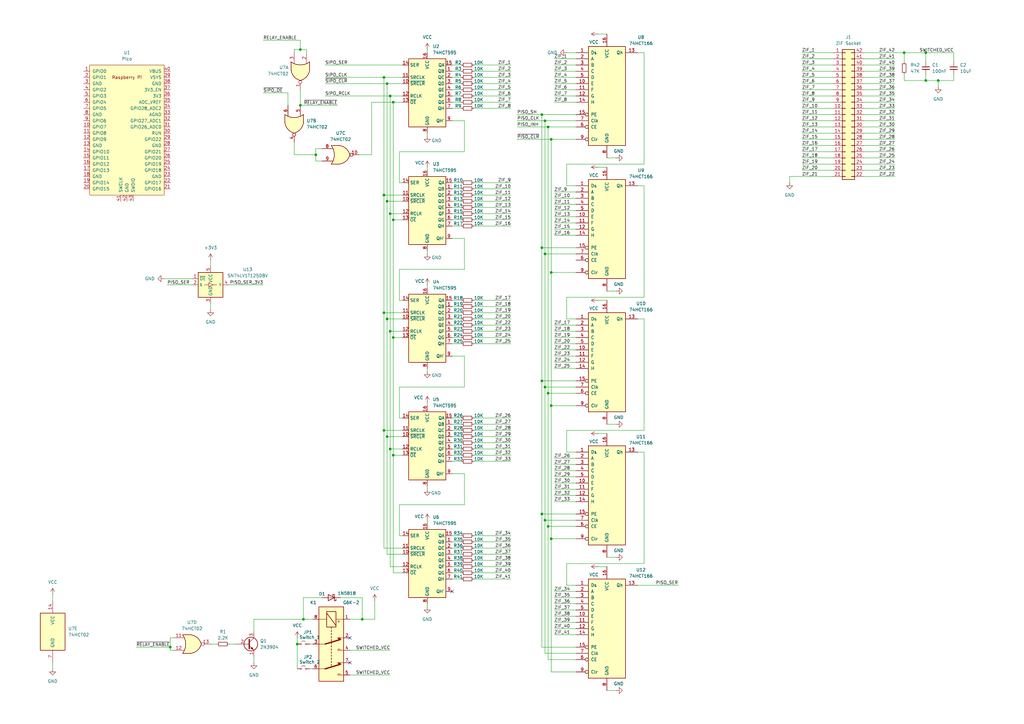
<source format=kicad_sch>
(kicad_sch (version 20231120) (generator "eeschema") (generator_version "8.0")
  (paper "A3")
  (lib_symbols
    (symbol "74xx:74HC02" (pin_names (offset 1.016))
      (property "Reference" "U" (at 0 1.27 0))
      (property "Value" "74HC02" (at 0 -1.27 0))
      (symbol "74HC02_1_1"
        (pin output inverted (at 7.62 0 180) (length 3.81) (name "~") (number "1"))
        (pin input line (at -7.62 2.54 0) (length 4.318) (name "~") (number "2"))
        (pin input line (at -7.62 -2.54 0) (length 4.318) (name "~") (number "3"))
      )
      (symbol "74HC02_1_2"
        (pin output line (at 7.62 0 180) (length 3.81) (name "~") (number "1"))
        (pin input inverted (at -7.62 2.54 0) (length 3.81) (name "~") (number "2"))
        (pin input inverted (at -7.62 -2.54 0) (length 3.81) (name "~") (number "3"))
      )
      (symbol "74HC02_2_1"
        (pin output inverted (at 7.62 0 180) (length 3.81) (name "~") (number "4"))
        (pin input line (at -7.62 2.54 0) (length 4.318) (name "~") (number "5"))
        (pin input line (at -7.62 -2.54 0) (length 4.318) (name "~") (number "6"))
      )
      (symbol "74HC02_2_2"
        (pin output line (at 7.62 0 180) (length 3.81) (name "~") (number "4"))
        (pin input inverted (at -7.62 2.54 0) (length 3.81) (name "~") (number "5"))
        (pin input inverted (at -7.62 -2.54 0) (length 3.81) (name "~") (number "6"))
      )
      (symbol "74HC02_3_1"
        (pin output inverted (at 7.62 0 180) (length 3.81) (name "~") (number "10"))
        (pin input line (at -7.62 2.54 0) (length 4.318) (name "~") (number "8"))
        (pin input line (at -7.62 -2.54 0) (length 4.318) (name "~") (number "9"))
      )
      (symbol "74HC02_3_2"
        (pin output line (at 7.62 0 180) (length 3.81) (name "~") (number "10"))
        (pin input inverted (at -7.62 2.54 0) (length 3.81) (name "~") (number "8"))
        (pin input inverted (at -7.62 -2.54 0) (length 3.81) (name "~") (number "9"))
      )
      (symbol "74HC02_4_1"
        (pin input line (at -7.62 2.54 0) (length 4.318) (name "~") (number "11"))
        (pin input line (at -7.62 -2.54 0) (length 4.318) (name "~") (number "12"))
        (pin output inverted (at 7.62 0 180) (length 3.81) (name "~") (number "13"))
      )
      (symbol "74HC02_4_2"
        (pin input inverted (at -7.62 2.54 0) (length 3.81) (name "~") (number "11"))
        (pin input inverted (at -7.62 -2.54 0) (length 3.81) (name "~") (number "12"))
        (pin output line (at 7.62 0 180) (length 3.81) (name "~") (number "13"))
      )
      (symbol "74HC02_5_0"
        (pin power_in line (at 0 12.7 270) (length 5.08) (name "VCC") (number "14"))
        (pin power_in line (at 0 -12.7 90) (length 5.08) (name "GND") (number "7"))
      )
    )
    (symbol "74xx:74HC595"
      (property "Reference" "U" (at -7.62 13.97 0))
      (property "Value" "74HC595" (at -7.62 -16.51 0))
      (symbol "74HC595_1_0"
        (pin tri_state line (at 10.16 7.62 180) (length 2.54) (name "QB") (number "1"))
        (pin input line (at -10.16 2.54 0) (length 2.54) (name "~{SRCLR}") (number "10"))
        (pin input line (at -10.16 5.08 0) (length 2.54) (name "SRCLK") (number "11"))
        (pin input line (at -10.16 -2.54 0) (length 2.54) (name "RCLK") (number "12"))
        (pin input line (at -10.16 -5.08 0) (length 2.54) (name "~{OE}") (number "13"))
        (pin input line (at -10.16 10.16 0) (length 2.54) (name "SER") (number "14"))
        (pin tri_state line (at 10.16 10.16 180) (length 2.54) (name "QA") (number "15"))
        (pin power_in line (at 0 15.24 270) (length 2.54) (name "VCC") (number "16"))
        (pin tri_state line (at 10.16 5.08 180) (length 2.54) (name "QC") (number "2"))
        (pin tri_state line (at 10.16 2.54 180) (length 2.54) (name "QD") (number "3"))
        (pin tri_state line (at 10.16 0 180) (length 2.54) (name "QE") (number "4"))
        (pin tri_state line (at 10.16 -2.54 180) (length 2.54) (name "QF") (number "5"))
        (pin tri_state line (at 10.16 -5.08 180) (length 2.54) (name "QG") (number "6"))
        (pin tri_state line (at 10.16 -7.62 180) (length 2.54) (name "QH") (number "7"))
        (pin power_in line (at 0 -17.78 90) (length 2.54) (name "GND") (number "8"))
        (pin output line (at 10.16 -12.7 180) (length 2.54) (name "QH'") (number "9"))
      )
    )
    (symbol "74xx:74LS166" (pin_names (offset 1.016))
      (property "Reference" "U" (at -7.62 21.59 0))
      (property "Value" "74LS166" (at -7.62 -21.59 0))
      (symbol "74LS166_1_0"
        (pin input line (at -12.7 17.78 0) (length 5.08) (name "Ds") (number "1"))
        (pin input line (at -12.7 5.08 0) (length 5.08) (name "E") (number "10"))
        (pin input line (at -12.7 2.54 0) (length 5.08) (name "F") (number "11"))
        (pin input line (at -12.7 0 0) (length 5.08) (name "G") (number "12"))
        (pin output line (at 12.7 17.78 180) (length 5.08) (name "Qh") (number "13"))
        (pin input line (at -12.7 -2.54 0) (length 5.08) (name "H") (number "14"))
        (pin input inverted (at -12.7 -7.62 0) (length 5.08) (name "PE") (number "15"))
        (pin power_in line (at 0 25.4 270) (length 5.08) (name "VCC") (number "16"))
        (pin input line (at -12.7 15.24 0) (length 5.08) (name "A") (number "2"))
        (pin input line (at -12.7 12.7 0) (length 5.08) (name "B") (number "3"))
        (pin input line (at -12.7 10.16 0) (length 5.08) (name "C") (number "4"))
        (pin input line (at -12.7 7.62 0) (length 5.08) (name "D") (number "5"))
        (pin input inverted (at -12.7 -12.7 0) (length 5.08) (name "CE") (number "6"))
        (pin input line (at -12.7 -10.16 0) (length 5.08) (name "Clk") (number "7"))
        (pin power_in line (at 0 -25.4 90) (length 5.08) (name "GND") (number "8"))
        (pin input inverted (at -12.7 -17.78 0) (length 5.08) (name "Clr") (number "9"))
      )
    )
    (symbol "Connector_Generic:Conn_02x21_Counter_Clockwise" (pin_names (offset 1.016) hide)
      (property "Reference" "J" (at 1.27 27.94 0))
      (property "Value" "Conn_02x21_Counter_Clockwise" (at 1.27 -27.94 0))
      (symbol "Conn_02x21_Counter_Clockwise_1_1"
        (pin passive line (at -5.08 25.4 0) (length 3.81) (name "Pin_1") (number "1"))
        (pin passive line (at -5.08 2.54 0) (length 3.81) (name "Pin_10") (number "10"))
        (pin passive line (at -5.08 0 0) (length 3.81) (name "Pin_11") (number "11"))
        (pin passive line (at -5.08 -2.54 0) (length 3.81) (name "Pin_12") (number "12"))
        (pin passive line (at -5.08 -5.08 0) (length 3.81) (name "Pin_13") (number "13"))
        (pin passive line (at -5.08 -7.62 0) (length 3.81) (name "Pin_14") (number "14"))
        (pin passive line (at -5.08 -10.16 0) (length 3.81) (name "Pin_15") (number "15"))
        (pin passive line (at -5.08 -12.7 0) (length 3.81) (name "Pin_16") (number "16"))
        (pin passive line (at -5.08 -15.24 0) (length 3.81) (name "Pin_17") (number "17"))
        (pin passive line (at -5.08 -17.78 0) (length 3.81) (name "Pin_18") (number "18"))
        (pin passive line (at -5.08 -20.32 0) (length 3.81) (name "Pin_19") (number "19"))
        (pin passive line (at -5.08 22.86 0) (length 3.81) (name "Pin_2") (number "2"))
        (pin passive line (at -5.08 -22.86 0) (length 3.81) (name "Pin_20") (number "20"))
        (pin passive line (at -5.08 -25.4 0) (length 3.81) (name "Pin_21") (number "21"))
        (pin passive line (at 7.62 -25.4 180) (length 3.81) (name "Pin_22") (number "22"))
        (pin passive line (at 7.62 -22.86 180) (length 3.81) (name "Pin_23") (number "23"))
        (pin passive line (at 7.62 -20.32 180) (length 3.81) (name "Pin_24") (number "24"))
        (pin passive line (at 7.62 -17.78 180) (length 3.81) (name "Pin_25") (number "25"))
        (pin passive line (at 7.62 -15.24 180) (length 3.81) (name "Pin_26") (number "26"))
        (pin passive line (at 7.62 -12.7 180) (length 3.81) (name "Pin_27") (number "27"))
        (pin passive line (at 7.62 -10.16 180) (length 3.81) (name "Pin_28") (number "28"))
        (pin passive line (at 7.62 -7.62 180) (length 3.81) (name "Pin_29") (number "29"))
        (pin passive line (at -5.08 20.32 0) (length 3.81) (name "Pin_3") (number "3"))
        (pin passive line (at 7.62 -5.08 180) (length 3.81) (name "Pin_30") (number "30"))
        (pin passive line (at 7.62 -2.54 180) (length 3.81) (name "Pin_31") (number "31"))
        (pin passive line (at 7.62 0 180) (length 3.81) (name "Pin_32") (number "32"))
        (pin passive line (at 7.62 2.54 180) (length 3.81) (name "Pin_33") (number "33"))
        (pin passive line (at 7.62 5.08 180) (length 3.81) (name "Pin_34") (number "34"))
        (pin passive line (at 7.62 7.62 180) (length 3.81) (name "Pin_35") (number "35"))
        (pin passive line (at 7.62 10.16 180) (length 3.81) (name "Pin_36") (number "36"))
        (pin passive line (at 7.62 12.7 180) (length 3.81) (name "Pin_37") (number "37"))
        (pin passive line (at 7.62 15.24 180) (length 3.81) (name "Pin_38") (number "38"))
        (pin passive line (at 7.62 17.78 180) (length 3.81) (name "Pin_39") (number "39"))
        (pin passive line (at -5.08 17.78 0) (length 3.81) (name "Pin_4") (number "4"))
        (pin passive line (at 7.62 20.32 180) (length 3.81) (name "Pin_40") (number "40"))
        (pin passive line (at 7.62 22.86 180) (length 3.81) (name "Pin_41") (number "41"))
        (pin passive line (at 7.62 25.4 180) (length 3.81) (name "Pin_42") (number "42"))
        (pin passive line (at -5.08 15.24 0) (length 3.81) (name "Pin_5") (number "5"))
        (pin passive line (at -5.08 12.7 0) (length 3.81) (name "Pin_6") (number "6"))
        (pin passive line (at -5.08 10.16 0) (length 3.81) (name "Pin_7") (number "7"))
        (pin passive line (at -5.08 7.62 0) (length 3.81) (name "Pin_8") (number "8"))
        (pin passive line (at -5.08 5.08 0) (length 3.81) (name "Pin_9") (number "9"))
      )
    )
    (symbol "Device:C_Small" (pin_numbers hide) (pin_names (offset 0.254) hide)
      (property "Reference" "C" (at 0.254 1.778 0))
      (property "Value" "C_Small" (at 0.254 -2.032 0))
      (symbol "C_Small_1_1"
        (pin passive line (at 0 2.54 270) (length 2.032) (name "~") (number "1"))
        (pin passive line (at 0 -2.54 90) (length 2.032) (name "~") (number "2"))
      )
    )
    (symbol "Device:R_Small" (pin_numbers hide) (pin_names (offset 0.254) hide)
      (property "Reference" "R" (at 0.762 0.508 0))
      (property "Value" "R_Small" (at 0.762 -1.016 0))
      (symbol "R_Small_1_1"
        (pin passive line (at 0 2.54 270) (length 0.762) (name "~") (number "1"))
        (pin passive line (at 0 -2.54 90) (length 0.762) (name "~") (number "2"))
      )
    )
    (symbol "Diode:1N5818" (pin_numbers hide) (pin_names (offset 1.016) hide)
      (property "Reference" "D" (at 0 2.54 0))
      (property "Value" "1N5818" (at 0 -2.54 0))
      (symbol "1N5818_1_1"
        (pin passive line (at -3.81 0 0) (length 2.54) (name "K") (number "1"))
        (pin passive line (at 3.81 0 180) (length 2.54) (name "A") (number "2"))
      )
    )
    (symbol "Jumper:Jumper_2_Small_Open" (pin_numbers hide) (pin_names (offset 0) hide) (exclude_from_sim yes)
      (property "Reference" "JP" (at 0 2.794 0))
      (property "Value" "Jumper_2_Small_Open" (at 0 -2.286 0))
      (symbol "Jumper_2_Small_Open_1_1"
        (pin passive line (at -2.54 0 0) (length 1.27) (name "A") (number "1"))
        (pin passive line (at 2.54 0 180) (length 1.27) (name "B") (number "2"))
      )
    )
    (symbol "Logic_LevelTranslator:SN74LV1T125DBV"
      (property "Reference" "U" (at 5.08 6.35 0))
      (property "Value" "SN74LV1T125DBV" (at 5.08 3.81 0))
      (symbol "SN74LV1T125DBV_1_1"
        (pin input line (at -7.62 2.54 0) (length 2.54) (name "~{OE}") (number "1"))
        (pin input line (at -7.62 0 0) (length 2.54) (name "A") (number "2"))
        (pin power_in line (at 0 -7.62 90) (length 2.54) (name "GND") (number "3"))
        (pin output line (at 7.62 0 180) (length 2.54) (name "Y") (number "4"))
        (pin power_in line (at 0 7.62 270) (length 2.54) (name "VCC") (number "5"))
      )
    )
    (symbol "MCU_RaspberryPi_and_Boards:Pico" (pin_names (offset 1.016))
      (property "Reference" "U" (at -13.97 27.94 0))
      (property "Value" "Pico" (at 0 19.05 0))
      (symbol "Pico_0_0"
        (text "Raspberry Pi" (at 0 21.59 0) (effects (font (size 1.27 1.27))))
      )
      (symbol "Pico_1_1"
        (pin bidirectional line (at -17.78 24.13 0) (length 2.54) (name "GPIO0") (number "1"))
        (pin bidirectional line (at -17.78 1.27 0) (length 2.54) (name "GPIO7") (number "10"))
        (pin bidirectional line (at -17.78 -1.27 0) (length 2.54) (name "GPIO8") (number "11"))
        (pin bidirectional line (at -17.78 -3.81 0) (length 2.54) (name "GPIO9") (number "12"))
        (pin power_in line (at -17.78 -6.35 0) (length 2.54) (name "GND") (number "13"))
        (pin bidirectional line (at -17.78 -8.89 0) (length 2.54) (name "GPIO10") (number "14"))
        (pin bidirectional line (at -17.78 -11.43 0) (length 2.54) (name "GPIO11") (number "15"))
        (pin bidirectional line (at -17.78 -13.97 0) (length 2.54) (name "GPIO12") (number "16"))
        (pin bidirectional line (at -17.78 -16.51 0) (length 2.54) (name "GPIO13") (number "17"))
        (pin power_in line (at -17.78 -19.05 0) (length 2.54) (name "GND") (number "18"))
        (pin bidirectional line (at -17.78 -21.59 0) (length 2.54) (name "GPIO14") (number "19"))
        (pin bidirectional line (at -17.78 21.59 0) (length 2.54) (name "GPIO1") (number "2"))
        (pin bidirectional line (at -17.78 -24.13 0) (length 2.54) (name "GPIO15") (number "20"))
        (pin bidirectional line (at 17.78 -24.13 180) (length 2.54) (name "GPIO16") (number "21"))
        (pin bidirectional line (at 17.78 -21.59 180) (length 2.54) (name "GPIO17") (number "22"))
        (pin power_in line (at 17.78 -19.05 180) (length 2.54) (name "GND") (number "23"))
        (pin bidirectional line (at 17.78 -16.51 180) (length 2.54) (name "GPIO18") (number "24"))
        (pin bidirectional line (at 17.78 -13.97 180) (length 2.54) (name "GPIO19") (number "25"))
        (pin bidirectional line (at 17.78 -11.43 180) (length 2.54) (name "GPIO20") (number "26"))
        (pin bidirectional line (at 17.78 -8.89 180) (length 2.54) (name "GPIO21") (number "27"))
        (pin power_in line (at 17.78 -6.35 180) (length 2.54) (name "GND") (number "28"))
        (pin bidirectional line (at 17.78 -3.81 180) (length 2.54) (name "GPIO22") (number "29"))
        (pin power_in line (at -17.78 19.05 0) (length 2.54) (name "GND") (number "3"))
        (pin input line (at 17.78 -1.27 180) (length 2.54) (name "RUN") (number "30"))
        (pin bidirectional line (at 17.78 1.27 180) (length 2.54) (name "GPIO26_ADC0") (number "31"))
        (pin bidirectional line (at 17.78 3.81 180) (length 2.54) (name "GPIO27_ADC1") (number "32"))
        (pin power_in line (at 17.78 6.35 180) (length 2.54) (name "AGND") (number "33"))
        (pin bidirectional line (at 17.78 8.89 180) (length 2.54) (name "GPIO28_ADC2") (number "34"))
        (pin unspecified line (at 17.78 11.43 180) (length 2.54) (name "ADC_VREF") (number "35"))
        (pin unspecified line (at 17.78 13.97 180) (length 2.54) (name "3V3") (number "36"))
        (pin input line (at 17.78 16.51 180) (length 2.54) (name "3V3_EN") (number "37"))
        (pin bidirectional line (at 17.78 19.05 180) (length 2.54) (name "GND") (number "38"))
        (pin unspecified line (at 17.78 21.59 180) (length 2.54) (name "VSYS") (number "39"))
        (pin bidirectional line (at -17.78 16.51 0) (length 2.54) (name "GPIO2") (number "4"))
        (pin unspecified line (at 17.78 24.13 180) (length 2.54) (name "VBUS") (number "40"))
        (pin input line (at -2.54 -29.21 90) (length 2.54) (name "SWCLK") (number "41"))
        (pin power_in line (at 0 -29.21 90) (length 2.54) (name "GND") (number "42"))
        (pin bidirectional line (at 2.54 -29.21 90) (length 2.54) (name "SWDIO") (number "43"))
        (pin bidirectional line (at -17.78 13.97 0) (length 2.54) (name "GPIO3") (number "5"))
        (pin bidirectional line (at -17.78 11.43 0) (length 2.54) (name "GPIO4") (number "6"))
        (pin bidirectional line (at -17.78 8.89 0) (length 2.54) (name "GPIO5") (number "7"))
        (pin power_in line (at -17.78 6.35 0) (length 2.54) (name "GND") (number "8"))
        (pin bidirectional line (at -17.78 3.81 0) (length 2.54) (name "GPIO6") (number "9"))
      )
    )
    (symbol "Relay:G6K-2"
      (property "Reference" "K" (at 16.51 3.81 0))
      (property "Value" "G6K-2" (at 16.51 1.27 0))
      (symbol "G6K-2_0_0"
        (text "+" (at -9.271 2.921 0) (effects (font (size 1.27 1.27))))
      )
      (symbol "G6K-2_1_1"
        (pin passive line (at -10.16 7.62 270) (length 2.54) (name "~") (number "1"))
        (pin passive line (at -2.54 7.62 270) (length 2.54) (name "~") (number "2"))
        (pin passive line (at 0 -7.62 90) (length 2.54) (name "~") (number "3"))
        (pin passive line (at 2.54 7.62 270) (length 2.54) (name "~") (number "4"))
        (pin passive line (at 12.7 7.62 270) (length 2.54) (name "~") (number "5"))
        (pin passive line (at 10.16 -7.62 90) (length 2.54) (name "~") (number "6"))
        (pin passive line (at 7.62 7.62 270) (length 2.54) (name "~") (number "7"))
        (pin passive line (at -10.16 -7.62 90) (length 2.54) (name "~") (number "8"))
      )
    )
    (symbol "Transistor_BJT:2N3904" (pin_names (offset 0) hide)
      (property "Reference" "Q" (at 5.08 1.905 0))
      (property "Value" "2N3904" (at 5.08 0 0))
      (symbol "2N3904_1_1"
        (pin passive line (at 2.54 -5.08 90) (length 2.54) (name "E") (number "1"))
        (pin passive line (at -5.08 0 0) (length 5.715) (name "B") (number "2"))
        (pin passive line (at 2.54 5.08 270) (length 2.54) (name "C") (number "3"))
      )
    )
    (symbol "power:+3V3" (power) (pin_numbers hide) (pin_names (offset 0) hide)
      (property "Value" "+3V3" (at 0 3.556 0))
      (symbol "+3V3_1_1"
        (pin power_in line (at 0 0 90) (length 0) (name "~") (number "1"))
      )
    )
    (symbol "power:GND" (power) (pin_numbers hide) (pin_names (offset 0) hide)
      (property "Value" "GND" (at 0 -3.81 0))
      (symbol "GND_1_1"
        (pin power_in line (at 0 0 270) (length 0) (name "~") (number "1"))
      )
    )
    (symbol "power:VCC" (power) (pin_numbers hide) (pin_names (offset 0) hide)
      (property "Value" "VCC" (at 0 3.556 0))
      (symbol "VCC_1_1"
        (pin power_in line (at 0 0 90) (length 0) (name "~") (number "1"))
      )
    )
  )
  (junction (at 158.75 34.29))
  (junction (at 69.85 265.43))
  (junction (at 222.25 210.82))
  (junction (at 223.52 158.75))
  (junction (at 161.29 138.43))
  (junction (at 226.06 166.37))
  (junction (at 160.02 87.63))
  (junction (at 223.52 213.36))
  (junction (at 129.54 63.5))
  (junction (at 226.06 220.98))
  (junction (at 226.06 111.76))
  (junction (at 222.25 101.6))
  (junction (at 158.75 179.07))
  (junction (at 160.02 135.89))
  (junction (at 384.81 33.02))
  (junction (at 223.52 49.53))
  (junction (at 157.48 31.75))
  (junction (at 226.06 57.15))
  (junction (at 224.79 215.9))
  (junction (at 157.48 80.01))
  (junction (at 161.29 41.91))
  (junction (at 157.48 128.27))
  (junction (at 224.79 52.07))
  (junction (at 158.75 82.55))
  (junction (at 158.75 130.81))
  (junction (at 224.79 161.29))
  (junction (at 157.48 176.53))
  (junction (at 121.92 264.16))
  (junction (at 223.52 104.14))
  (junction (at 161.29 90.17))
  (junction (at 379.73 21.59))
  (junction (at 370.84 21.59))
  (junction (at 123.19 20.32))
  (junction (at 123.19 43.18))
  (junction (at 124.46 254))
  (junction (at 222.25 46.99))
  (junction (at 161.29 186.69))
  (junction (at 222.25 156.21))
  (junction (at 379.73 33.02))
  (junction (at 148.59 254))
  (junction (at 160.02 184.15))
  (junction (at 160.02 39.37))
  (no_connect (at 143.51 271.78))
  (no_connect (at 185.42 242.57))
  (no_connect (at 143.51 261.62))
  (wire (pts (xy 328.93 41.91) (xy 341.63 41.91)))
  (wire (pts (xy 379.73 33.02) (xy 384.81 33.02)))
  (wire (pts (xy 185.42 80.01) (xy 189.23 80.01)))
  (wire (pts (xy 194.31 176.53) (xy 209.55 176.53)))
  (wire (pts (xy 245.11 13.97) (xy 248.92 13.97)))
  (wire (pts (xy 224.79 52.07) (xy 224.79 161.29)))
  (wire (pts (xy 354.33 26.67) (xy 367.03 26.67)))
  (wire (pts (xy 354.33 69.85) (xy 367.03 69.85)))
  (wire (pts (xy 129.54 60.96) (xy 129.54 63.5)))
  (wire (pts (xy 261.62 21.59) (xy 264.16 21.59)))
  (wire (pts (xy 264.16 176.53) (xy 232.41 176.53)))
  (wire (pts (xy 227.33 83.82) (xy 236.22 83.82)))
  (wire (pts (xy 212.09 52.07) (xy 224.79 52.07)))
  (wire (pts (xy 194.31 87.63) (xy 209.55 87.63)))
  (wire (pts (xy 227.33 198.12) (xy 236.22 198.12)))
  (wire (pts (xy 232.41 130.81) (xy 236.22 130.81)))
  (wire (pts (xy 107.95 38.1) (xy 118.11 38.1)))
  (wire (pts (xy 124.46 254) (xy 124.46 245.11)))
  (wire (pts (xy 185.42 135.89) (xy 189.23 135.89)))
  (wire (pts (xy 194.31 31.75) (xy 209.55 31.75)))
  (wire (pts (xy 185.42 140.97) (xy 189.23 140.97)))
  (wire (pts (xy 133.35 31.75) (xy 157.48 31.75)))
  (wire (pts (xy 175.26 247.65) (xy 175.26 248.92)))
  (wire (pts (xy 185.42 34.29) (xy 189.23 34.29)))
  (wire (pts (xy 152.4 41.91) (xy 161.29 41.91)))
  (wire (pts (xy 354.33 29.21) (xy 367.03 29.21)))
  (wire (pts (xy 226.06 111.76) (xy 226.06 166.37)))
  (wire (pts (xy 328.93 44.45) (xy 341.63 44.45)))
  (wire (pts (xy 261.62 130.81) (xy 264.16 130.81)))
  (wire (pts (xy 227.33 41.91) (xy 236.22 41.91)))
  (wire (pts (xy 158.75 179.07) (xy 165.1 179.07)))
  (wire (pts (xy 185.42 227.33) (xy 189.23 227.33)))
  (wire (pts (xy 227.33 138.43) (xy 236.22 138.43)))
  (wire (pts (xy 264.16 231.14) (xy 232.41 231.14)))
  (wire (pts (xy 86.36 106.68) (xy 86.36 109.22)))
  (wire (pts (xy 227.33 250.19) (xy 236.22 250.19)))
  (wire (pts (xy 158.75 130.81) (xy 158.75 179.07)))
  (wire (pts (xy 245.11 232.41) (xy 248.92 232.41)))
  (wire (pts (xy 185.42 36.83) (xy 189.23 36.83)))
  (wire (pts (xy 190.5 62.23) (xy 163.83 62.23)))
  (wire (pts (xy 370.84 30.48) (xy 370.84 33.02)))
  (wire (pts (xy 194.31 41.91) (xy 209.55 41.91)))
  (wire (pts (xy 264.16 121.92) (xy 232.41 121.92)))
  (wire (pts (xy 328.93 64.77) (xy 341.63 64.77)))
  (wire (pts (xy 224.79 215.9) (xy 236.22 215.9)))
  (wire (pts (xy 21.59 243.84) (xy 21.59 246.38)))
  (wire (pts (xy 120.65 58.42) (xy 120.65 63.5)))
  (wire (pts (xy 68.58 116.84) (xy 78.74 116.84)))
  (wire (pts (xy 185.42 234.95) (xy 189.23 234.95)))
  (wire (pts (xy 354.33 46.99) (xy 367.03 46.99)))
  (wire (pts (xy 223.52 104.14) (xy 223.52 158.75)))
  (wire (pts (xy 104.14 269.24) (xy 104.14 271.78)))
  (wire (pts (xy 194.31 44.45) (xy 209.55 44.45)))
  (wire (pts (xy 328.93 24.13) (xy 341.63 24.13)))
  (wire (pts (xy 160.02 87.63) (xy 160.02 135.89)))
  (wire (pts (xy 190.5 194.31) (xy 190.5 207.01)))
  (wire (pts (xy 223.52 213.36) (xy 223.52 267.97)))
  (wire (pts (xy 161.29 138.43) (xy 161.29 186.69)))
  (wire (pts (xy 328.93 52.07) (xy 341.63 52.07)))
  (wire (pts (xy 226.06 220.98) (xy 226.06 275.59)))
  (wire (pts (xy 69.85 265.43) (xy 69.85 266.7)))
  (wire (pts (xy 222.25 101.6) (xy 222.25 156.21)))
  (wire (pts (xy 194.31 219.71) (xy 209.55 219.71)))
  (wire (pts (xy 185.42 97.79) (xy 190.5 97.79)))
  (wire (pts (xy 354.33 54.61) (xy 367.03 54.61)))
  (wire (pts (xy 175.26 20.32) (xy 175.26 21.59)))
  (wire (pts (xy 160.02 135.89) (xy 165.1 135.89)))
  (wire (pts (xy 127 264.16) (xy 128.27 264.16)))
  (wire (pts (xy 158.75 130.81) (xy 165.1 130.81)))
  (wire (pts (xy 194.31 26.67) (xy 209.55 26.67)))
  (wire (pts (xy 190.5 158.75) (xy 163.83 158.75)))
  (wire (pts (xy 121.92 261.62) (xy 121.92 264.16)))
  (wire (pts (xy 391.16 21.59) (xy 391.16 25.4)))
  (wire (pts (xy 67.31 114.3) (xy 78.74 114.3)))
  (wire (pts (xy 224.79 52.07) (xy 236.22 52.07)))
  (wire (pts (xy 391.16 33.02) (xy 391.16 30.48)))
  (wire (pts (xy 354.33 39.37) (xy 367.03 39.37)))
  (wire (pts (xy 223.52 213.36) (xy 236.22 213.36)))
  (wire (pts (xy 222.25 210.82) (xy 222.25 265.43)))
  (wire (pts (xy 354.33 57.15) (xy 367.03 57.15)))
  (wire (pts (xy 148.59 245.11) (xy 148.59 254)))
  (wire (pts (xy 157.48 176.53) (xy 165.1 176.53)))
  (wire (pts (xy 354.33 36.83) (xy 367.03 36.83)))
  (wire (pts (xy 227.33 29.21) (xy 236.22 29.21)))
  (wire (pts (xy 190.5 110.49) (xy 163.83 110.49)))
  (wire (pts (xy 185.42 44.45) (xy 189.23 44.45)))
  (wire (pts (xy 194.31 181.61) (xy 209.55 181.61)))
  (wire (pts (xy 328.93 36.83) (xy 341.63 36.83)))
  (wire (pts (xy 354.33 21.59) (xy 370.84 21.59)))
  (wire (pts (xy 384.81 33.02) (xy 384.81 35.56)))
  (wire (pts (xy 328.93 31.75) (xy 341.63 31.75)))
  (wire (pts (xy 232.41 240.03) (xy 236.22 240.03)))
  (wire (pts (xy 148.59 254) (xy 153.67 254)))
  (wire (pts (xy 21.59 271.78) (xy 21.59 274.32)))
  (wire (pts (xy 160.02 39.37) (xy 165.1 39.37)))
  (wire (pts (xy 227.33 200.66) (xy 236.22 200.66)))
  (wire (pts (xy 157.48 31.75) (xy 157.48 80.01)))
  (wire (pts (xy 194.31 186.69) (xy 209.55 186.69)))
  (wire (pts (xy 93.98 116.84) (xy 107.95 116.84)))
  (wire (pts (xy 194.31 232.41) (xy 209.55 232.41)))
  (wire (pts (xy 185.42 146.05) (xy 190.5 146.05)))
  (wire (pts (xy 212.09 49.53) (xy 223.52 49.53)))
  (wire (pts (xy 158.75 82.55) (xy 158.75 130.81)))
  (wire (pts (xy 245.11 177.8) (xy 248.92 177.8)))
  (wire (pts (xy 125.73 20.32) (xy 125.73 21.59)))
  (wire (pts (xy 354.33 44.45) (xy 367.03 44.45)))
  (wire (pts (xy 161.29 41.91) (xy 161.29 90.17)))
  (wire (pts (xy 127 274.32) (xy 128.27 274.32)))
  (wire (pts (xy 185.42 41.91) (xy 189.23 41.91)))
  (wire (pts (xy 152.4 41.91) (xy 152.4 63.5)))
  (wire (pts (xy 248.92 64.77) (xy 252.73 64.77)))
  (wire (pts (xy 160.02 184.15) (xy 160.02 232.41)))
  (wire (pts (xy 175.26 199.39) (xy 175.26 200.66)))
  (wire (pts (xy 123.19 43.18) (xy 138.43 43.18)))
  (wire (pts (xy 161.29 90.17) (xy 161.29 138.43)))
  (wire (pts (xy 185.42 181.61) (xy 189.23 181.61)))
  (wire (pts (xy 185.42 77.47) (xy 189.23 77.47)))
  (wire (pts (xy 185.42 74.93) (xy 189.23 74.93)))
  (wire (pts (xy 129.54 63.5) (xy 129.54 66.04)))
  (wire (pts (xy 194.31 85.09) (xy 209.55 85.09)))
  (wire (pts (xy 123.19 20.32) (xy 125.73 20.32)))
  (wire (pts (xy 328.93 49.53) (xy 341.63 49.53)))
  (wire (pts (xy 185.42 123.19) (xy 189.23 123.19)))
  (wire (pts (xy 222.25 46.99) (xy 236.22 46.99)))
  (wire (pts (xy 194.31 123.19) (xy 209.55 123.19)))
  (wire (pts (xy 212.09 57.15) (xy 226.06 57.15)))
  (wire (pts (xy 124.46 245.11) (xy 132.08 245.11)))
  (wire (pts (xy 370.84 21.59) (xy 379.73 21.59)))
  (wire (pts (xy 163.83 207.01) (xy 163.83 219.71)))
  (wire (pts (xy 123.19 16.51) (xy 123.19 20.32)))
  (wire (pts (xy 194.31 133.35) (xy 209.55 133.35)))
  (wire (pts (xy 248.92 228.6) (xy 252.73 228.6)))
  (wire (pts (xy 69.85 266.7) (xy 71.12 266.7)))
  (wire (pts (xy 161.29 186.69) (xy 161.29 234.95)))
  (wire (pts (xy 224.79 161.29) (xy 224.79 215.9)))
  (wire (pts (xy 328.93 57.15) (xy 341.63 57.15)))
  (wire (pts (xy 160.02 232.41) (xy 165.1 232.41)))
  (wire (pts (xy 185.42 133.35) (xy 189.23 133.35)))
  (wire (pts (xy 223.52 49.53) (xy 236.22 49.53)))
  (wire (pts (xy 69.85 265.43) (xy 69.85 261.62)))
  (wire (pts (xy 194.31 173.99) (xy 209.55 173.99)))
  (wire (pts (xy 226.06 57.15) (xy 226.06 111.76)))
  (wire (pts (xy 354.33 52.07) (xy 367.03 52.07)))
  (wire (pts (xy 175.26 213.36) (xy 175.26 214.63)))
  (wire (pts (xy 194.31 90.17) (xy 209.55 90.17)))
  (wire (pts (xy 185.42 138.43) (xy 189.23 138.43)))
  (wire (pts (xy 185.42 171.45) (xy 189.23 171.45)))
  (wire (pts (xy 175.26 165.1) (xy 175.26 166.37)))
  (wire (pts (xy 157.48 128.27) (xy 165.1 128.27)))
  (wire (pts (xy 323.85 72.39) (xy 323.85 74.93)))
  (wire (pts (xy 194.31 171.45) (xy 209.55 171.45)))
  (wire (pts (xy 194.31 234.95) (xy 209.55 234.95)))
  (wire (pts (xy 227.33 203.2) (xy 236.22 203.2)))
  (wire (pts (xy 227.33 24.13) (xy 236.22 24.13)))
  (wire (pts (xy 379.73 30.48) (xy 379.73 33.02)))
  (wire (pts (xy 190.5 49.53) (xy 190.5 62.23)))
  (wire (pts (xy 264.16 76.2) (xy 264.16 121.92)))
  (wire (pts (xy 212.09 46.99) (xy 222.25 46.99)))
  (wire (pts (xy 132.08 60.96) (xy 129.54 60.96)))
  (wire (pts (xy 161.29 138.43) (xy 165.1 138.43)))
  (wire (pts (xy 194.31 222.25) (xy 209.55 222.25)))
  (wire (pts (xy 93.98 264.16) (xy 96.52 264.16)))
  (wire (pts (xy 248.92 119.38) (xy 252.73 119.38)))
  (wire (pts (xy 118.11 43.18) (xy 118.11 38.1)))
  (wire (pts (xy 227.33 34.29) (xy 236.22 34.29)))
  (wire (pts (xy 354.33 31.75) (xy 367.03 31.75)))
  (wire (pts (xy 248.92 283.21) (xy 252.73 283.21)))
  (wire (pts (xy 222.25 101.6) (xy 236.22 101.6)))
  (wire (pts (xy 232.41 67.31) (xy 232.41 76.2)))
  (wire (pts (xy 158.75 82.55) (xy 165.1 82.55)))
  (wire (pts (xy 163.83 219.71) (xy 165.1 219.71)))
  (wire (pts (xy 384.81 33.02) (xy 391.16 33.02)))
  (wire (pts (xy 194.31 34.29) (xy 209.55 34.29)))
  (wire (pts (xy 161.29 90.17) (xy 165.1 90.17)))
  (wire (pts (xy 185.42 128.27) (xy 189.23 128.27)))
  (wire (pts (xy 133.35 34.29) (xy 158.75 34.29)))
  (wire (pts (xy 354.33 34.29) (xy 367.03 34.29)))
  (wire (pts (xy 227.33 190.5) (xy 236.22 190.5)))
  (wire (pts (xy 227.33 26.67) (xy 236.22 26.67)))
  (wire (pts (xy 232.41 121.92) (xy 232.41 130.81)))
  (wire (pts (xy 185.42 229.87) (xy 189.23 229.87)))
  (wire (pts (xy 323.85 72.39) (xy 341.63 72.39)))
  (wire (pts (xy 226.06 220.98) (xy 236.22 220.98)))
  (wire (pts (xy 120.65 63.5) (xy 129.54 63.5)))
  (wire (pts (xy 370.84 33.02) (xy 379.73 33.02)))
  (wire (pts (xy 185.42 130.81) (xy 189.23 130.81)))
  (wire (pts (xy 194.31 135.89) (xy 209.55 135.89)))
  (wire (pts (xy 227.33 255.27) (xy 236.22 255.27)))
  (wire (pts (xy 158.75 179.07) (xy 158.75 227.33)))
  (wire (pts (xy 232.41 185.42) (xy 236.22 185.42)))
  (wire (pts (xy 354.33 49.53) (xy 367.03 49.53)))
  (wire (pts (xy 175.26 151.13) (xy 175.26 152.4)))
  (wire (pts (xy 185.42 179.07) (xy 189.23 179.07)))
  (wire (pts (xy 194.31 128.27) (xy 209.55 128.27)))
  (wire (pts (xy 148.59 254) (xy 143.51 254)))
  (wire (pts (xy 264.16 130.81) (xy 264.16 176.53)))
  (wire (pts (xy 223.52 104.14) (xy 236.22 104.14)))
  (wire (pts (xy 143.51 266.7) (xy 160.02 266.7)))
  (wire (pts (xy 124.46 254) (xy 128.27 254)))
  (wire (pts (xy 354.33 64.77) (xy 367.03 64.77)))
  (wire (pts (xy 185.42 224.79) (xy 189.23 224.79)))
  (wire (pts (xy 222.25 156.21) (xy 236.22 156.21)))
  (wire (pts (xy 157.48 224.79) (xy 165.1 224.79)))
  (wire (pts (xy 245.11 68.58) (xy 248.92 68.58)))
  (wire (pts (xy 185.42 189.23) (xy 189.23 189.23)))
  (wire (pts (xy 157.48 80.01) (xy 157.48 128.27)))
  (wire (pts (xy 107.95 16.51) (xy 123.19 16.51)))
  (wire (pts (xy 194.31 36.83) (xy 209.55 36.83)))
  (wire (pts (xy 185.42 26.67) (xy 189.23 26.67)))
  (wire (pts (xy 185.42 176.53) (xy 189.23 176.53)))
  (wire (pts (xy 227.33 88.9) (xy 236.22 88.9)))
  (wire (pts (xy 261.62 240.03) (xy 278.13 240.03)))
  (wire (pts (xy 185.42 173.99) (xy 189.23 173.99)))
  (wire (pts (xy 227.33 143.51) (xy 236.22 143.51)))
  (wire (pts (xy 158.75 34.29) (xy 165.1 34.29)))
  (wire (pts (xy 227.33 39.37) (xy 236.22 39.37)))
  (wire (pts (xy 223.52 49.53) (xy 223.52 104.14)))
  (wire (pts (xy 223.52 158.75) (xy 223.52 213.36)))
  (wire (pts (xy 224.79 161.29) (xy 236.22 161.29)))
  (wire (pts (xy 328.93 26.67) (xy 341.63 26.67)))
  (wire (pts (xy 227.33 135.89) (xy 236.22 135.89)))
  (wire (pts (xy 163.83 171.45) (xy 165.1 171.45)))
  (wire (pts (xy 123.19 36.83) (xy 123.19 43.18)))
  (wire (pts (xy 120.65 21.59) (xy 120.65 20.32)))
  (wire (pts (xy 227.33 187.96) (xy 236.22 187.96)))
  (wire (pts (xy 157.48 128.27) (xy 157.48 176.53)))
  (wire (pts (xy 143.51 276.86) (xy 160.02 276.86)))
  (wire (pts (xy 227.33 86.36) (xy 236.22 86.36)))
  (wire (pts (xy 194.31 130.81) (xy 209.55 130.81)))
  (wire (pts (xy 185.42 184.15) (xy 189.23 184.15)))
  (wire (pts (xy 227.33 257.81) (xy 236.22 257.81)))
  (wire (pts (xy 120.65 20.32) (xy 123.19 20.32)))
  (wire (pts (xy 232.41 231.14) (xy 232.41 240.03)))
  (wire (pts (xy 158.75 227.33) (xy 165.1 227.33)))
  (wire (pts (xy 194.31 140.97) (xy 209.55 140.97)))
  (wire (pts (xy 224.79 270.51) (xy 236.22 270.51)))
  (wire (pts (xy 185.42 232.41) (xy 189.23 232.41)))
  (wire (pts (xy 194.31 184.15) (xy 209.55 184.15)))
  (wire (pts (xy 175.26 54.61) (xy 175.26 55.88)))
  (wire (pts (xy 139.7 245.11) (xy 148.59 245.11)))
  (wire (pts (xy 328.93 62.23) (xy 341.63 62.23)))
  (wire (pts (xy 224.79 215.9) (xy 224.79 270.51)))
  (wire (pts (xy 227.33 151.13) (xy 236.22 151.13)))
  (wire (pts (xy 175.26 116.84) (xy 175.26 118.11)))
  (wire (pts (xy 175.26 68.58) (xy 175.26 69.85)))
  (wire (pts (xy 354.33 59.69) (xy 367.03 59.69)))
  (wire (pts (xy 185.42 39.37) (xy 189.23 39.37)))
  (wire (pts (xy 163.83 74.93) (xy 165.1 74.93)))
  (wire (pts (xy 328.93 39.37) (xy 341.63 39.37)))
  (wire (pts (xy 226.06 57.15) (xy 236.22 57.15)))
  (wire (pts (xy 185.42 31.75) (xy 189.23 31.75)))
  (wire (pts (xy 185.42 186.69) (xy 189.23 186.69)))
  (wire (pts (xy 161.29 186.69) (xy 165.1 186.69)))
  (wire (pts (xy 354.33 24.13) (xy 367.03 24.13)))
  (wire (pts (xy 328.93 34.29) (xy 341.63 34.29)))
  (wire (pts (xy 328.93 69.85) (xy 341.63 69.85)))
  (wire (pts (xy 194.31 77.47) (xy 209.55 77.47)))
  (wire (pts (xy 245.11 123.19) (xy 248.92 123.19)))
  (wire (pts (xy 354.33 67.31) (xy 367.03 67.31)))
  (wire (pts (xy 185.42 92.71) (xy 189.23 92.71)))
  (wire (pts (xy 227.33 91.44) (xy 236.22 91.44)))
  (wire (pts (xy 160.02 184.15) (xy 165.1 184.15)))
  (wire (pts (xy 133.35 26.67) (xy 165.1 26.67)))
  (wire (pts (xy 86.36 264.16) (xy 88.9 264.16)))
  (wire (pts (xy 226.06 275.59) (xy 236.22 275.59)))
  (wire (pts (xy 175.26 102.87) (xy 175.26 104.14)))
  (wire (pts (xy 227.33 193.04) (xy 236.22 193.04)))
  (wire (pts (xy 227.33 31.75) (xy 236.22 31.75)))
  (wire (pts (xy 190.5 97.79) (xy 190.5 110.49)))
  (wire (pts (xy 104.14 254) (xy 124.46 254)))
  (wire (pts (xy 69.85 261.62) (xy 71.12 261.62)))
  (wire (pts (xy 328.93 59.69) (xy 341.63 59.69)))
  (wire (pts (xy 222.25 46.99) (xy 222.25 101.6)))
  (wire (pts (xy 157.48 31.75) (xy 165.1 31.75)))
  (wire (pts (xy 223.52 158.75) (xy 236.22 158.75)))
  (wire (pts (xy 185.42 237.49) (xy 189.23 237.49)))
  (wire (pts (xy 227.33 245.11) (xy 236.22 245.11)))
  (wire (pts (xy 261.62 185.42) (xy 264.16 185.42)))
  (wire (pts (xy 227.33 36.83) (xy 236.22 36.83)))
  (wire (pts (xy 190.5 207.01) (xy 163.83 207.01)))
  (wire (pts (xy 354.33 41.91) (xy 367.03 41.91)))
  (wire (pts (xy 160.02 87.63) (xy 165.1 87.63)))
  (wire (pts (xy 161.29 41.91) (xy 165.1 41.91)))
  (wire (pts (xy 227.33 146.05) (xy 236.22 146.05)))
  (wire (pts (xy 160.02 135.89) (xy 160.02 184.15)))
  (wire (pts (xy 161.29 234.95) (xy 165.1 234.95)))
  (wire (pts (xy 160.02 39.37) (xy 160.02 87.63)))
  (wire (pts (xy 104.14 259.08) (xy 104.14 254)))
  (wire (pts (xy 222.25 265.43) (xy 236.22 265.43)))
  (wire (pts (xy 194.31 189.23) (xy 209.55 189.23)))
  (wire (pts (xy 227.33 195.58) (xy 236.22 195.58)))
  (wire (pts (xy 157.48 80.01) (xy 165.1 80.01)))
  (wire (pts (xy 223.52 267.97) (xy 236.22 267.97)))
  (wire (pts (xy 185.42 49.53) (xy 190.5 49.53)))
  (wire (pts (xy 163.83 123.19) (xy 165.1 123.19)))
  (wire (pts (xy 185.42 82.55) (xy 189.23 82.55)))
  (wire (pts (xy 194.31 237.49) (xy 209.55 237.49)))
  (wire (pts (xy 194.31 39.37) (xy 209.55 39.37)))
  (wire (pts (xy 194.31 80.01) (xy 209.55 80.01)))
  (wire (pts (xy 190.5 146.05) (xy 190.5 158.75)))
  (wire (pts (xy 227.33 260.35) (xy 236.22 260.35)))
  (wire (pts (xy 248.92 173.99) (xy 252.73 173.99)))
  (wire (pts (xy 55.88 265.43) (xy 69.85 265.43)))
  (wire (pts (xy 227.33 81.28) (xy 236.22 81.28)))
  (wire (pts (xy 328.93 21.59) (xy 341.63 21.59)))
  (wire (pts (xy 328.93 67.31) (xy 341.63 67.31)))
  (wire (pts (xy 232.41 21.59) (xy 236.22 21.59)))
  (wire (pts (xy 227.33 242.57) (xy 236.22 242.57)))
  (wire (pts (xy 227.33 133.35) (xy 236.22 133.35)))
  (wire (pts (xy 185.42 194.31) (xy 190.5 194.31)))
  (wire (pts (xy 133.35 39.37) (xy 160.02 39.37)))
  (wire (pts (xy 227.33 205.74) (xy 236.22 205.74)))
  (wire (pts (xy 163.83 62.23) (xy 163.83 74.93)))
  (wire (pts (xy 354.33 72.39) (xy 367.03 72.39)))
  (wire (pts (xy 227.33 252.73) (xy 236.22 252.73)))
  (wire (pts (xy 227.33 78.74) (xy 236.22 78.74)))
  (wire (pts (xy 232.41 76.2) (xy 236.22 76.2)))
  (wire (pts (xy 194.31 229.87) (xy 209.55 229.87)))
  (wire (pts (xy 264.16 185.42) (xy 264.16 231.14)))
  (wire (pts (xy 194.31 74.93) (xy 209.55 74.93)))
  (wire (pts (xy 158.75 34.29) (xy 158.75 82.55)))
  (wire (pts (xy 328.93 54.61) (xy 341.63 54.61)))
  (wire (pts (xy 194.31 224.79) (xy 209.55 224.79)))
  (wire (pts (xy 194.31 82.55) (xy 209.55 82.55)))
  (wire (pts (xy 153.67 254) (xy 153.67 246.38)))
  (wire (pts (xy 152.4 63.5) (xy 147.32 63.5)))
  (wire (pts (xy 185.42 125.73) (xy 189.23 125.73)))
  (wire (pts (xy 227.33 140.97) (xy 236.22 140.97)))
  (wire (pts (xy 194.31 138.43) (xy 209.55 138.43)))
  (wire (pts (xy 185.42 87.63) (xy 189.23 87.63)))
  (wire (pts (xy 328.93 46.99) (xy 341.63 46.99)))
  (wire (pts (xy 264.16 67.31) (xy 232.41 67.31)))
  (wire (pts (xy 194.31 227.33) (xy 209.55 227.33)))
  (wire (pts (xy 379.73 21.59) (xy 391.16 21.59)))
  (wire (pts (xy 232.41 176.53) (xy 232.41 185.42)))
  (wire (pts (xy 226.06 166.37) (xy 236.22 166.37)))
  (wire (pts (xy 261.62 76.2) (xy 264.16 76.2)))
  (wire (pts (xy 227.33 93.98) (xy 236.22 93.98)))
  (wire (pts (xy 222.25 210.82) (xy 236.22 210.82)))
  (wire (pts (xy 227.33 96.52) (xy 236.22 96.52)))
  (wire (pts (xy 328.93 29.21) (xy 341.63 29.21)))
  (wire (pts (xy 129.54 66.04) (xy 132.08 66.04)))
  (wire (pts (xy 379.73 21.59) (xy 379.73 25.4)))
  (wire (pts (xy 163.83 158.75) (xy 163.83 171.45)))
  (wire (pts (xy 86.36 124.46) (xy 86.36 127)))
  (wire (pts (xy 370.84 21.59) (xy 370.84 25.4)))
  (wire (pts (xy 227.33 148.59) (xy 236.22 148.59)))
  (wire (pts (xy 185.42 90.17) (xy 189.23 90.17)))
  (wire (pts (xy 226.06 111.76) (xy 236.22 111.76)))
  (wire (pts (xy 264.16 21.59) (xy 264.16 67.31)))
  (wire (pts (xy 227.33 247.65) (xy 236.22 247.65)))
  (wire (pts (xy 222.25 156.21) (xy 222.25 210.82)))
  (wire (pts (xy 194.31 125.73) (xy 209.55 125.73)))
  (wire (pts (xy 226.06 166.37) (xy 226.06 220.98)))
  (wire (pts (xy 354.33 62.23) (xy 367.03 62.23)))
  (wire (pts (xy 121.92 264.16) (xy 121.92 274.32)))
  (wire (pts (xy 194.31 179.07) (xy 209.55 179.07)))
  (wire (pts (xy 157.48 176.53) (xy 157.48 224.79)))
  (wire (pts (xy 185.42 85.09) (xy 189.23 85.09)))
  (wire (pts (xy 194.31 92.71) (xy 209.55 92.71)))
  (wire (pts (xy 185.42 219.71) (xy 189.23 219.71)))
  (wire (pts (xy 185.42 29.21) (xy 189.23 29.21)))
  (wire (pts (xy 194.31 29.21) (xy 209.55 29.21)))
  (wire (pts (xy 185.42 222.25) (xy 189.23 222.25)))
  (wire (pts (xy 163.83 110.49) (xy 163.83 123.19)))
  (label "ZIF_26" (at 367.03 62.23 180))
  (label "ZIF_5" (at 209.55 36.83 180))
  (label "ZIF_1" (at 328.93 21.59 0))
  (label "ZIF_18" (at 328.93 64.77 0))
  (label "ZIF_28" (at 209.55 176.53 180))
  (label "ZIF_17" (at 227.33 133.35 0))
  (label "ZIF_23" (at 209.55 135.89 180))
  (label "ZIF_38" (at 227.33 252.73 0))
  (label "ZIF_18" (at 209.55 125.73 180))
  (label "SIPO_RCLK" (at 133.35 39.37 0))
  (label "ZIF_19" (at 209.55 128.27 180))
  (label "ZIF_12" (at 227.33 86.36 0))
  (label "ZIF_19" (at 328.93 67.31 0))
  (label "ZIF_29" (at 209.55 179.07 180))
  (label "PISO_SER" (at 278.13 240.03 180))
  (label "ZIF_27" (at 209.55 173.99 180))
  (label "~{PISO_CLR}" (at 212.09 57.15 0))
  (label "ZIF_18" (at 227.33 135.89 0))
  (label "ZIF_40" (at 227.33 257.81 0))
  (label "ZIF_33" (at 227.33 205.74 0))
  (label "SIPO_CLK" (at 133.35 31.75 0))
  (label "ZIF_32" (at 209.55 186.69 180))
  (label "SWITCHED_VCC" (at 160.02 276.86 180))
  (label "ZIF_30" (at 227.33 198.12 0))
  (label "ZIF_32" (at 367.03 46.99 180))
  (label "ZIF_15" (at 227.33 93.98 0))
  (label "ZIF_31" (at 227.33 200.66 0))
  (label "ZIF_20" (at 209.55 130.81 180))
  (label "ZIF_1" (at 227.33 24.13 0))
  (label "ZIF_11" (at 209.55 80.01 180))
  (label "PISO_SER_3V3" (at 107.95 116.84 180))
  (label "ZIF_38" (at 209.55 229.87 180))
  (label "ZIF_35" (at 209.55 222.25 180))
  (label "ZIF_5" (at 328.93 31.75 0))
  (label "ZIF_29" (at 227.33 195.58 0))
  (label "ZIF_23" (at 227.33 146.05 0))
  (label "ZIF_16" (at 328.93 59.69 0))
  (label "ZIF_33" (at 209.55 189.23 180))
  (label "ZIF_39" (at 227.33 255.27 0))
  (label "ZIF_37" (at 227.33 250.19 0))
  (label "ZIF_6" (at 227.33 36.83 0))
  (label "ZIF_22" (at 367.03 72.39 180))
  (label "ZIF_24" (at 209.55 138.43 180))
  (label "ZIF_14" (at 209.55 87.63 180))
  (label "ZIF_42" (at 367.03 21.59 180))
  (label "ZIF_7" (at 209.55 41.91 180))
  (label "ZIF_14" (at 328.93 54.61 0))
  (label "ZIF_10" (at 227.33 81.28 0))
  (label "ZIF_2" (at 328.93 24.13 0))
  (label "~{RELAY_ENABLE}" (at 55.88 265.43 0))
  (label "ZIF_29" (at 367.03 54.61 180))
  (label "ZIF_30" (at 209.55 181.61 180))
  (label "ZIF_39" (at 367.03 29.21 180))
  (label "ZIF_12" (at 328.93 49.53 0))
  (label "ZIF_22" (at 227.33 143.51 0))
  (label "ZIF_36" (at 209.55 224.79 180))
  (label "ZIF_6" (at 328.93 34.29 0))
  (label "ZIF_35" (at 227.33 245.11 0))
  (label "ZIF_13" (at 227.33 88.9 0))
  (label "ZIF_3" (at 209.55 31.75 180))
  (label "ZIF_27" (at 227.33 190.5 0))
  (label "ZIF_16" (at 209.55 92.71 180))
  (label "ZIF_7" (at 328.93 36.83 0))
  (label "ZIF_21" (at 328.93 72.39 0))
  (label "ZIF_26" (at 209.55 171.45 180))
  (label "ZIF_34" (at 209.55 219.71 180))
  (label "ZIF_17" (at 328.93 62.23 0))
  (label "ZIF_6" (at 209.55 39.37 180))
  (label "ZIF_17" (at 209.55 123.19 180))
  (label "SIPO_SER" (at 133.35 26.67 0))
  (label "ZIF_11" (at 328.93 46.99 0))
  (label "ZIF_31" (at 209.55 184.15 180))
  (label "ZIF_23" (at 367.03 69.85 180))
  (label "ZIF_30" (at 367.03 52.07 180))
  (label "ZIF_7" (at 227.33 39.37 0))
  (label "ZIF_41" (at 227.33 260.35 0))
  (label "ZIF_3" (at 227.33 29.21 0))
  (label "ZIF_41" (at 367.03 24.13 180))
  (label "ZIF_15" (at 209.55 90.17 180))
  (label "ZIF_41" (at 209.55 237.49 180))
  (label "ZIF_4" (at 209.55 34.29 180))
  (label "ZIF_4" (at 227.33 31.75 0))
  (label "ZIF_9" (at 209.55 74.93 180))
  (label "PISO_SER" (at 68.58 116.84 0))
  (label "ZIF_33" (at 367.03 44.45 180))
  (label "ZIF_25" (at 227.33 151.13 0))
  (label "ZIF_40" (at 209.55 234.95 180))
  (label "~{RELAY_ENABLE}" (at 138.43 43.18 180))
  (label "ZIF_10" (at 328.93 44.45 0))
  (label "ZIF_8" (at 328.93 39.37 0))
  (label "ZIF_2" (at 227.33 26.67 0))
  (label "SWITCHED_VCC" (at 391.16 21.59 180))
  (label "ZIF_37" (at 367.03 34.29 180))
  (label "ZIF_24" (at 367.03 67.31 180))
  (label "ZIF_12" (at 209.55 82.55 180))
  (label "ZIF_5" (at 227.33 34.29 0))
  (label "ZIF_34" (at 367.03 41.91 180))
  (label "ZIF_25" (at 209.55 140.97 180))
  (label "ZIF_10" (at 209.55 77.47 180))
  (label "ZIF_28" (at 367.03 57.15 180))
  (label "ZIF_24" (at 227.33 148.59 0))
  (label "ZIF_37" (at 209.55 227.33 180))
  (label "ZIF_11" (at 227.33 83.82 0))
  (label "ZIF_38" (at 367.03 31.75 180))
  (label "ZIF_20" (at 328.93 69.85 0))
  (label "ZIF_4" (at 328.93 29.21 0))
  (label "SWITCHED_VCC" (at 160.02 266.7 180))
  (label "ZIF_8" (at 227.33 41.91 0))
  (label "ZIF_26" (at 227.33 187.96 0))
  (label "ZIF_28" (at 227.33 193.04 0))
  (label "ZIF_13" (at 328.93 52.07 0))
  (label "ZIF_34" (at 227.33 242.57 0))
  (label "ZIF_14" (at 227.33 91.44 0))
  (label "ZIF_40" (at 367.03 26.67 180))
  (label "PISO_SH" (at 212.09 46.99 0))
  (label "PISO_INH" (at 212.09 52.07 0))
  (label "ZIF_9" (at 328.93 41.91 0))
  (label "ZIF_39" (at 209.55 232.41 180))
  (label "~{SIPO_CLR}" (at 133.35 34.29 0))
  (label "ZIF_2" (at 209.55 29.21 180))
  (label "~{SIPO_OE}" (at 107.95 38.1 0))
  (label "ZIF_3" (at 328.93 26.67 0))
  (label "ZIF_19" (at 227.33 138.43 0))
  (label "ZIF_27" (at 367.03 59.69 180))
  (label "ZIF_22" (at 209.55 133.35 180))
  (label "ZIF_9" (at 227.33 78.74 0))
  (label "ZIF_15" (at 328.93 57.15 0))
  (label "ZIF_36" (at 367.03 36.83 180))
  (label "PISO_CLK" (at 212.09 49.53 0))
  (label "ZIF_20" (at 227.33 140.97 0))
  (label "ZIF_8" (at 209.55 44.45 180))
  (label "ZIF_32" (at 227.33 203.2 0))
  (label "ZIF_16" (at 227.33 96.52 0))
  (label "ZIF_35" (at 367.03 39.37 180))
  (label "ZIF_31" (at 367.03 49.53 180))
  (label "RELAY_ENABLE" (at 107.95 16.51 0))
  (label "ZIF_25" (at 367.03 64.77 180))
  (label "ZIF_1" (at 209.55 26.67 180))
  (label "ZIF_36" (at 227.33 247.65 0))
  (label "ZIF_13" (at 209.55 85.09 180))
  (symbol (lib_id "power:GND") (at 232.41 21.59 270) (unit 1)
    (property "Reference" "#PWR028" (effects (hide yes)))
    (property "Value" "GND" (at 228.6 21.5899 90) (effects (justify right)))
    (property "Description" "Power symbol creates a global label with name \"GND\" , ground" (effects (hide yes)))
  )
  (symbol (lib_id "74xx:74HC595") (at 175.26 181.61 0) (unit 1)
    (property "Reference" "U5" (at 177.4541 163.83 0) (effects (justify left)))
    (property "Value" "74HCT595" (at 177.4541 166.37 0) (effects (justify left)))
    (property "Datasheet" "http://www.ti.com/lit/ds/symlink/sn74hc595.pdf" (effects (hide yes)))
    (property "Description" "8-bit serial in/out Shift Register 3-State Outputs" (effects (hide yes)))
  )
  (symbol (lib_id "Device:R_Small") (at 191.77 171.45 90) (unit 1)
    (property "Reference" "R26" (at 187.96 170.434 90))
    (property "Value" "10K" (at 196.342 170.434 90))
    (property "Description" "Resistor, small symbol" (effects (hide yes)))
  )
  (symbol (lib_id "power:VCC") (at 175.26 20.32 0) (unit 1)
    (property "Reference" "#PWR02" (effects (hide yes)))
    (property "Value" "VCC" (at 175.26 15.24 0))
    (property "Description" "Power symbol creates a global label with name \"VCC\"" (effects (hide yes)))
  )
  (symbol (lib_id "Transistor_BJT:2N3904") (at 101.6 264.16 0) (unit 1)
    (property "Reference" "Q1" (at 106.68 262.8899 0) (effects (justify left)))
    (property "Value" "2N3904" (at 106.68 265.4299 0) (effects (justify left)))
    (property "Footprint" "Package_TO_SOT_THT:TO-92_Inline" (effects (hide yes)))
    (property "Datasheet" "https://www.onsemi.com/pub/Collateral/2N3903-D.PDF" (effects (hide yes)))
    (property "Description" "0.2A Ic, 40V Vce, Small Signal NPN Transistor, TO-92" (effects (hide yes)))
  )
  (symbol (lib_id "Device:R_Small") (at 191.77 123.19 90) (unit 1)
    (property "Reference" "R18" (at 187.96 122.174 90))
    (property "Value" "10K" (at 196.342 122.174 90))
    (property "Description" "Resistor, small symbol" (effects (hide yes)))
  )
  (symbol (lib_id "Device:C_Small") (at 391.16 27.94 0) (unit 1)
    (property "Reference" "C2" (at 393.7 26.6762 0) (effects (justify left)))
    (property "Value" "10uF" (at 393.7 29.2162 0) (effects (justify left)))
    (property "Description" "Unpolarized capacitor, small symbol" (effects (hide yes)))
  )
  (symbol (lib_id "Device:R_Small") (at 191.77 224.79 90) (unit 1)
    (property "Reference" "R36" (at 187.96 223.774 90))
    (property "Value" "10K" (at 196.342 223.774 90))
    (property "Description" "Resistor, small symbol" (effects (hide yes)))
  )
  (symbol (lib_id "power:GND") (at 175.26 55.88 0) (unit 1)
    (property "Reference" "#PWR03" (effects (hide yes)))
    (property "Value" "GND" (at 179.07 57.658 0))
    (property "Description" "Power symbol creates a global label with name \"GND\" , ground" (effects (hide yes)))
  )
  (symbol (lib_id "Device:R_Small") (at 191.77 222.25 90) (unit 1)
    (property "Reference" "R35" (at 187.96 221.234 90))
    (property "Value" "10K" (at 196.342 221.234 90))
    (property "Description" "Resistor, small symbol" (effects (hide yes)))
  )
  (symbol (lib_id "Logic_LevelTranslator:SN74LV1T125DBV") (at 86.36 116.84 0) (unit 1)
    (property "Reference" "U13" (at 101.6 110.5214 0))
    (property "Value" "SN74LV1T125DBV" (at 101.6 113.0614 0))
    (property "Footprint" "Package_TO_SOT_SMD:SOT-23-5" (effects (hide yes)))
    (property "Datasheet" "https://www.ti.com/lit/ds/symlink/sn74lv1t125.pdf" (effects (hide yes)))
    (property "Description" "Single Power Supply, Single Buffer Gate with 3-State Output, CMOS Logic Level Shifter Level Shifter, SOT-23-5" (effects (hide yes)))
  )
  (symbol (lib_id "power:GND") (at 86.36 127 0) (unit 1)
    (property "Reference" "#PWR015" (effects (hide yes)))
    (property "Value" "GND" (at 86.36 132.08 0))
    (property "Description" "Power symbol creates a global label with name \"GND\" , ground" (effects (hide yes)))
  )
  (symbol (lib_id "Device:C_Small") (at 379.73 27.94 0) (unit 1)
    (property "Reference" "C1" (at 382.27 26.6762 0) (effects (justify left)))
    (property "Value" "100nF" (at 382.27 29.2162 0) (effects (justify left)))
    (property "Description" "Unpolarized capacitor, small symbol" (effects (hide yes)))
  )
  (symbol (lib_id "power:VCC") (at 245.11 123.19 90) (unit 1)
    (property "Reference" "#PWR022" (effects (hide yes)))
    (property "Value" "VCC" (at 243.586 126.492 90))
    (property "Description" "Power symbol creates a global label with name \"VCC\"" (effects (hide yes)))
  )
  (symbol (lib_id "74xx:74LS166") (at 248.92 257.81 0) (unit 1)
    (property "Reference" "U12" (at 262.89 233.7114 0))
    (property "Value" "74HCT166" (at 262.89 236.2514 0))
    (property "Datasheet" "http://www.ti.com/lit/gpn/sn74LS166" (effects (hide yes)))
    (property "Description" "Shift Register 8-bit, parallel load" (effects (hide yes)))
  )
  (symbol (lib_id "Device:R_Small") (at 191.77 87.63 90) (unit 1)
    (property "Reference" "R15" (at 187.96 86.614 90))
    (property "Value" "10K" (at 196.342 86.614 90))
    (property "Description" "Resistor, small symbol" (effects (hide yes)))
  )
  (symbol (lib_id "74xx:74HC02") (at 120.65 50.8 270) (unit 2)
    (property "Reference" "U7" (at 125.73 49.5299 90) (effects (justify left)))
    (property "Value" "74HCT02" (at 125.73 52.0699 90) (effects (justify left)))
    (property "Datasheet" "http://www.ti.com/lit/gpn/sn74hc02" (effects (hide yes)))
    (property "Description" "quad 2-input NOR gate" (effects (hide yes)))
  )
  (symbol (lib_id "Device:R_Small") (at 191.77 74.93 90) (unit 1)
    (property "Reference" "R10" (at 187.96 73.914 90))
    (property "Value" "10K" (at 196.342 73.914 90))
    (property "Description" "Resistor, small symbol" (effects (hide yes)))
  )
  (symbol (lib_id "power:VCC") (at 175.26 165.1 0) (unit 1)
    (property "Reference" "#PWR08" (effects (hide yes)))
    (property "Value" "VCC" (at 171.704 163.068 0))
    (property "Description" "Power symbol creates a global label with name \"VCC\"" (effects (hide yes)))
  )
  (symbol (lib_id "Device:R_Small") (at 191.77 130.81 90) (unit 1)
    (property "Reference" "R21" (at 187.96 129.794 90))
    (property "Value" "10K" (at 196.342 129.794 90))
    (property "Description" "Resistor, small symbol" (effects (hide yes)))
  )
  (symbol (lib_id "power:GND") (at 67.31 114.3 270) (unit 1)
    (property "Reference" "#PWR029" (effects (hide yes)))
    (property "Value" "GND" (at 63.5 114.2999 90) (effects (justify right)))
    (property "Description" "Power symbol creates a global label with name \"GND\" , ground" (effects (hide yes)))
  )
  (symbol (lib_id "power:+3V3") (at 86.36 106.68 0) (unit 1)
    (property "Reference" "#PWR030" (effects (hide yes)))
    (property "Value" "+3V3" (at 86.36 101.6 0))
    (property "Description" "Power symbol creates a global label with name \"+3V3\"" (effects (hide yes)))
  )
  (symbol (lib_id "74xx:74HC595") (at 175.26 229.87 0) (unit 1)
    (property "Reference" "U6" (at 177.4541 212.09 0) (effects (justify left)))
    (property "Value" "74HCT595" (at 177.4541 214.63 0) (effects (justify left)))
    (property "Datasheet" "http://www.ti.com/lit/ds/symlink/sn74hc595.pdf" (effects (hide yes)))
    (property "Description" "8-bit serial in/out Shift Register 3-State Outputs" (effects (hide yes)))
  )
  (symbol (lib_id "74xx:74LS166") (at 248.92 93.98 0) (unit 1)
    (property "Reference" "U9" (at 262.89 69.8814 0))
    (property "Value" "74HCT166" (at 262.89 72.4214 0))
    (property "Datasheet" "http://www.ti.com/lit/gpn/sn74LS166" (effects (hide yes)))
    (property "Description" "Shift Register 8-bit, parallel load" (effects (hide yes)))
  )
  (symbol (lib_id "Relay:G6K-2") (at 135.89 264.16 270) (unit 1)
    (property "Reference" "K1" (at 128.524 247.142 90))
    (property "Value" "G6K-2" (at 144.018 247.142 90))
    (property "Datasheet" "http://omronfs.omron.com/en_US/ecb/products/pdf/en-g6k.pdf" (effects (hide yes)))
    (property "Description" "Miniature 2-pole relay, Single-side Stable" (effects (hide yes)))
  )
  (symbol (lib_id "74xx:74LS166") (at 248.92 203.2 0) (unit 1)
    (property "Reference" "U11" (at 262.89 179.1014 0))
    (property "Value" "74HCT166" (at 262.89 181.6414 0))
    (property "Datasheet" "http://www.ti.com/lit/gpn/sn74LS166" (effects (hide yes)))
    (property "Description" "Shift Register 8-bit, parallel load" (effects (hide yes)))
  )
  (symbol (lib_id "Device:R_Small") (at 191.77 36.83 90) (unit 1)
    (property "Reference" "R6" (at 187.96 35.814 90))
    (property "Value" "10K" (at 196.342 35.814 90))
    (property "Description" "Resistor, small symbol" (effects (hide yes)))
  )
  (symbol (lib_id "Device:R_Small") (at 191.77 184.15 90) (unit 1)
    (property "Reference" "R31" (at 187.96 183.134 90))
    (property "Value" "10K" (at 196.342 183.134 90))
    (property "Description" "Resistor, small symbol" (effects (hide yes)))
  )
  (symbol (lib_id "Device:R_Small") (at 191.77 179.07 90) (unit 1)
    (property "Reference" "R29" (at 187.96 178.054 90))
    (property "Value" "10K" (at 196.342 178.054 90))
    (property "Description" "Resistor, small symbol" (effects (hide yes)))
  )
  (symbol (lib_id "power:VCC") (at 153.67 246.38 0) (unit 1)
    (property "Reference" "#PWR013" (effects (hide yes)))
    (property "Value" "VCC" (at 153.67 241.3 0))
    (property "Description" "Power symbol creates a global label with name \"VCC\"" (effects (hide yes)))
  )
  (symbol (lib_id "Device:R_Small") (at 191.77 128.27 90) (unit 1)
    (property "Reference" "R20" (at 187.96 127.254 90))
    (property "Value" "10K" (at 196.342 127.254 90))
    (property "Description" "Resistor, small symbol" (effects (hide yes)))
  )
  (symbol (lib_id "Device:R_Small") (at 191.77 125.73 90) (unit 1)
    (property "Reference" "R19" (at 187.96 124.714 90))
    (property "Value" "10K" (at 196.342 124.714 90))
    (property "Description" "Resistor, small symbol" (effects (hide yes)))
  )
  (symbol (lib_id "power:GND") (at 104.14 271.78 0) (unit 1)
    (property "Reference" "#PWR012" (effects (hide yes)))
    (property "Value" "GND" (at 104.14 276.86 0))
    (property "Description" "Power symbol creates a global label with name \"GND\" , ground" (effects (hide yes)))
  )
  (symbol (lib_id "Device:R_Small") (at 191.77 234.95 90) (unit 1)
    (property "Reference" "R40" (at 187.96 233.934 90))
    (property "Value" "10K" (at 196.342 233.934 90))
    (property "Description" "Resistor, small symbol" (effects (hide yes)))
  )
  (symbol (lib_id "74xx:74HC595") (at 175.26 36.83 0) (unit 1)
    (property "Reference" "U2" (at 177.4541 19.05 0) (effects (justify left)))
    (property "Value" "74HCT595" (at 177.4541 21.59 0) (effects (justify left)))
    (property "Datasheet" "http://www.ti.com/lit/ds/symlink/sn74hc595.pdf" (effects (hide yes)))
    (property "Description" "8-bit serial in/out Shift Register 3-State Outputs" (effects (hide yes)))
  )
  (symbol (lib_id "Device:R_Small") (at 191.77 80.01 90) (unit 1)
    (property "Reference" "R12" (at 187.96 78.994 90))
    (property "Value" "10K" (at 196.342 78.994 90))
    (property "Description" "Resistor, small symbol" (effects (hide yes)))
  )
  (symbol (lib_id "power:GND") (at 252.73 173.99 90) (mirror x) (unit 1)
    (property "Reference" "#PWR023" (effects (hide yes)))
    (property "Value" "GND" (at 253.746 171.196 90))
    (property "Description" "Power symbol creates a global label with name \"GND\" , ground" (effects (hide yes)))
  )
  (symbol (lib_id "Device:R_Small") (at 191.77 82.55 90) (unit 1)
    (property "Reference" "R13" (at 187.96 81.534 90))
    (property "Value" "10K" (at 196.342 81.534 90))
    (property "Description" "Resistor, small symbol" (effects (hide yes)))
  )
  (symbol (lib_id "74xx:74HC595") (at 175.26 85.09 0) (unit 1)
    (property "Reference" "U3" (at 177.4541 67.31 0) (effects (justify left)))
    (property "Value" "74HCT595" (at 177.4541 69.85 0) (effects (justify left)))
    (property "Datasheet" "http://www.ti.com/lit/ds/symlink/sn74hc595.pdf" (effects (hide yes)))
    (property "Description" "8-bit serial in/out Shift Register 3-State Outputs" (effects (hide yes)))
  )
  (symbol (lib_id "power:GND") (at 175.26 248.92 0) (unit 1)
    (property "Reference" "#PWR011" (effects (hide yes)))
    (property "Value" "GND" (at 175.26 254 0))
    (property "Description" "Power symbol creates a global label with name \"GND\" , ground" (effects (hide yes)))
  )
  (symbol (lib_id "power:GND") (at 175.26 104.14 0) (unit 1)
    (property "Reference" "#PWR05" (effects (hide yes)))
    (property "Value" "GND" (at 179.07 105.664 0))
    (property "Description" "Power symbol creates a global label with name \"GND\" , ground" (effects (hide yes)))
  )
  (symbol (lib_id "Device:R_Small") (at 191.77 186.69 90) (unit 1)
    (property "Reference" "R32" (at 187.96 185.674 90))
    (property "Value" "10K" (at 196.342 185.674 90))
    (property "Description" "Resistor, small symbol" (effects (hide yes)))
  )
  (symbol (lib_id "power:VCC") (at 21.59 243.84 0) (unit 1)
    (property "Reference" "#PWR017" (effects (hide yes)))
    (property "Value" "VCC" (at 21.59 238.76 0))
    (property "Description" "Power symbol creates a global label with name \"VCC\"" (effects (hide yes)))
  )
  (symbol (lib_id "power:VCC") (at 175.26 213.36 0) (unit 1)
    (property "Reference" "#PWR010" (effects (hide yes)))
    (property "Value" "VCC" (at 171.958 211.836 0))
    (property "Description" "Power symbol creates a global label with name \"VCC\"" (effects (hide yes)))
  )
  (symbol (lib_id "Jumper:Jumper_2_Small_Open") (at 124.46 264.16 0) (unit 1) (exclude_from_sim yes)
    (property "Reference" "JP1" (at 126.238 259.334 0))
    (property "Value" "Switch 1" (at 127 261.366 0))
    (property "Description" "Jumper, 2-pole, small symbol, open" (effects (hide yes)))
  )
  (symbol (lib_id "Device:R_Small") (at 191.77 140.97 90) (unit 1)
    (property "Reference" "R25" (at 187.96 139.954 90))
    (property "Value" "10K" (at 196.342 139.954 90))
    (property "Description" "Resistor, small symbol" (effects (hide yes)))
  )
  (symbol (lib_id "Device:R_Small") (at 191.77 232.41 90) (unit 1)
    (property "Reference" "R39" (at 187.96 231.394 90))
    (property "Value" "10K" (at 196.342 231.394 90))
    (property "Description" "Resistor, small symbol" (effects (hide yes)))
  )
  (symbol (lib_id "power:VCC") (at 175.26 116.84 0) (unit 1)
    (property "Reference" "#PWR06" (effects (hide yes)))
    (property "Value" "VCC" (at 172.212 115.316 0))
    (property "Description" "Power symbol creates a global label with name \"VCC\"" (effects (hide yes)))
  )
  (symbol (lib_id "Device:R_Small") (at 191.77 26.67 90) (unit 1)
    (property "Reference" "R2" (at 187.96 25.654 90))
    (property "Value" "10K" (at 196.342 25.654 90))
    (property "Description" "Resistor, small symbol" (effects (hide yes)))
  )
  (symbol (lib_id "Device:R_Small") (at 191.77 31.75 90) (unit 1)
    (property "Reference" "R4" (at 187.96 30.734 90))
    (property "Value" "10K" (at 196.342 30.734 90))
    (property "Description" "Resistor, small symbol" (effects (hide yes)))
  )
  (symbol (lib_id "power:GND") (at 252.73 119.38 90) (mirror x) (unit 1)
    (property "Reference" "#PWR021" (effects (hide yes)))
    (property "Value" "GND" (at 253.746 116.586 90))
    (property "Description" "Power symbol creates a global label with name \"GND\" , ground" (effects (hide yes)))
  )
  (symbol (lib_id "Device:R_Small") (at 191.77 176.53 90) (unit 1)
    (property "Reference" "R28" (at 187.96 175.514 90))
    (property "Value" "10K" (at 196.342 175.514 90))
    (property "Description" "Resistor, small symbol" (effects (hide yes)))
  )
  (symbol (lib_id "Device:R_Small") (at 370.84 27.94 180) (unit 1)
    (property "Reference" "R42" (at 373.38 26.6699 0) (effects (justify right)))
    (property "Value" "47K" (at 373.38 29.2099 0) (effects (justify right)))
    (property "Description" "Resistor, small symbol" (effects (hide yes)))
  )
  (symbol (lib_id "power:GND") (at 21.59 274.32 0) (unit 1)
    (property "Reference" "#PWR016" (effects (hide yes)))
    (property "Value" "GND" (at 21.59 279.4 0))
    (property "Description" "Power symbol creates a global label with name \"GND\" , ground" (effects (hide yes)))
  )
  (symbol (lib_id "Diode:1N5818") (at 135.89 245.11 180) (unit 1)
    (property "Reference" "D1" (at 132.08 243.586 0))
    (property "Value" "1N5818" (at 142.24 243.332 0))
    (property "Footprint" "Diode_THT:D_DO-41_SOD81_P10.16mm_Horizontal" (effects (hide yes)))
    (property "Datasheet" "http://www.vishay.com/docs/88525/1n5817.pdf" (effects (hide yes)))
    (property "Description" "30V 1A Schottky Barrier Rectifier Diode, DO-41" (effects (hide yes)))
  )
  (symbol (lib_id "Device:R_Small") (at 191.77 41.91 90) (unit 1)
    (property "Reference" "R8" (at 187.96 40.894 90))
    (property "Value" "10K" (at 196.342 40.894 90))
    (property "Description" "Resistor, small symbol" (effects (hide yes)))
  )
  (symbol (lib_id "power:GND") (at 323.85 74.93 0) (unit 1)
    (property "Reference" "#PWR01" (effects (hide yes)))
    (property "Value" "GND" (at 323.85 80.01 0))
    (property "Description" "Power symbol creates a global label with name \"GND\" , ground" (effects (hide yes)))
  )
  (symbol (lib_id "power:GND") (at 252.73 64.77 90) (mirror x) (unit 1)
    (property "Reference" "#PWR019" (effects (hide yes)))
    (property "Value" "GND" (at 253.746 61.976 90))
    (property "Description" "Power symbol creates a global label with name \"GND\" , ground" (effects (hide yes)))
  )
  (symbol (lib_id "74xx:74LS166") (at 248.92 148.59 0) (unit 1)
    (property "Reference" "U10" (at 262.89 124.4914 0))
    (property "Value" "74HCT166" (at 262.89 127.0314 0))
    (property "Datasheet" "http://www.ti.com/lit/gpn/sn74LS166" (effects (hide yes)))
    (property "Description" "Shift Register 8-bit, parallel load" (effects (hide yes)))
  )
  (symbol (lib_id "Device:R_Small") (at 191.77 229.87 90) (unit 1)
    (property "Reference" "R38" (at 187.96 228.854 90))
    (property "Value" "10K" (at 196.342 228.854 90))
    (property "Description" "Resistor, small symbol" (effects (hide yes)))
  )
  (symbol (lib_id "74xx:74HC595") (at 175.26 133.35 0) (unit 1)
    (property "Reference" "U4" (at 177.4541 115.57 0) (effects (justify left)))
    (property "Value" "74HCT595" (at 177.4541 118.11 0) (effects (justify left)))
    (property "Datasheet" "http://www.ti.com/lit/ds/symlink/sn74hc595.pdf" (effects (hide yes)))
    (property "Description" "8-bit serial in/out Shift Register 3-State Outputs" (effects (hide yes)))
  )
  (symbol (lib_id "74xx:74HC02") (at 139.7 63.5 0) (unit 3)
    (property "Reference" "U7" (at 139.7 54.61 0))
    (property "Value" "74HCT02" (at 139.7 57.15 0))
    (property "Datasheet" "http://www.ti.com/lit/gpn/sn74hc02" (effects (hide yes)))
    (property "Description" "quad 2-input NOR gate" (effects (hide yes)))
  )
  (symbol (lib_id "power:GND") (at 252.73 228.6 90) (mirror x) (unit 1)
    (property "Reference" "#PWR025" (effects (hide yes)))
    (property "Value" "GND" (at 253.746 225.806 90))
    (property "Description" "Power symbol creates a global label with name \"GND\" , ground" (effects (hide yes)))
  )
  (symbol (lib_id "Device:R_Small") (at 191.77 219.71 90) (unit 1)
    (property "Reference" "R34" (at 187.96 218.694 90))
    (property "Value" "10K" (at 196.342 218.694 90))
    (property "Description" "Resistor, small symbol" (effects (hide yes)))
  )
  (symbol (lib_id "Device:R_Small") (at 91.44 264.16 90) (unit 1)
    (property "Reference" "R1" (at 91.44 259.08 90))
    (property "Value" "2.2K" (at 91.44 261.62 90))
    (property "Description" "Resistor, small symbol" (effects (hide yes)))
  )
  (symbol (lib_id "74xx:74HC02") (at 21.59 259.08 0) (unit 5)
    (property "Reference" "U7" (at 27.94 257.8099 0) (effects (justify left)))
    (property "Value" "74HCT02" (at 27.94 260.3499 0) (effects (justify left)))
    (property "Datasheet" "http://www.ti.com/lit/gpn/sn74hc02" (effects (hide yes)))
    (property "Description" "quad 2-input NOR gate" (effects (hide yes)))
  )
  (symbol (lib_id "Connector_Generic:Conn_02x21_Counter_Clockwise") (at 346.71 46.99 0) (unit 1)
    (property "Reference" "J1" (at 347.98 15.24 0))
    (property "Value" "ZIF Socket" (at 347.98 17.78 0))
    (property "Footprint" "Socket:DIP_Socket-42_W11.9_W12.7_W15.24_W17.78_W18.5_3M_242-1281-00-0602J" (effects (hide yes)))
    (property "Description" "Generic connector, double row, 02x21, counter clockwise pin numbering scheme (similar to DIP package numbering), script generated (kicad-library-utils/schlib/autogen/connector/)" (effects (hide yes)))
  )
  (symbol (lib_id "Device:R_Small") (at 191.77 77.47 90) (unit 1)
    (property "Reference" "R11" (at 187.96 76.454 90))
    (property "Value" "10K" (at 196.342 76.454 90))
    (property "Description" "Resistor, small symbol" (effects (hide yes)))
  )
  (symbol (lib_id "Device:R_Small") (at 191.77 39.37 90) (unit 1)
    (property "Reference" "R7" (at 187.96 38.354 90))
    (property "Value" "10K" (at 196.342 38.354 90))
    (property "Description" "Resistor, small symbol" (effects (hide yes)))
  )
  (symbol (lib_id "power:VCC") (at 175.26 68.58 0) (unit 1)
    (property "Reference" "#PWR04" (effects (hide yes)))
    (property "Value" "VCC" (at 172.212 66.802 0))
    (property "Description" "Power symbol creates a global label with name \"VCC\"" (effects (hide yes)))
  )
  (symbol (lib_id "Device:R_Small") (at 191.77 90.17 90) (unit 1)
    (property "Reference" "R16" (at 187.96 89.154 90))
    (property "Value" "10K" (at 196.342 89.154 90))
    (property "Description" "Resistor, small symbol" (effects (hide yes)))
  )
  (symbol (lib_id "power:VCC") (at 245.11 13.97 90) (unit 1)
    (property "Reference" "#PWR018" (effects (hide yes)))
    (property "Value" "VCC" (at 243.586 17.272 90))
    (property "Description" "Power symbol creates a global label with name \"VCC\"" (effects (hide yes)))
  )
  (symbol (lib_id "MCU_RaspberryPi_and_Boards:Pico") (at 52.07 53.34 0) (unit 1)
    (property "Reference" "U1" (at 52.07 21.59 0))
    (property "Value" "Pico" (at 52.07 24.13 0))
    (property "Footprint" "MCU_RaspberryPi_and_Boards:RPi_Pico_SMD_TH" (effects (hide yes)))
  )
  (symbol (lib_id "power:GND") (at 384.81 35.56 0) (unit 1)
    (property "Reference" "#PWR032" (effects (hide yes)))
    (property "Value" "GND" (at 384.81 40.64 0))
    (property "Description" "Power symbol creates a global label with name \"GND\" , ground" (effects (hide yes)))
  )
  (symbol (lib_id "Device:R_Small") (at 191.77 85.09 90) (unit 1)
    (property "Reference" "R14" (at 187.96 84.074 90))
    (property "Value" "10K" (at 196.342 84.074 90))
    (property "Description" "Resistor, small symbol" (effects (hide yes)))
  )
  (symbol (lib_id "Device:R_Small") (at 191.77 237.49 90) (unit 1)
    (property "Reference" "R41" (at 187.96 236.474 90))
    (property "Value" "10K" (at 196.342 236.474 90))
    (property "Description" "Resistor, small symbol" (effects (hide yes)))
  )
  (symbol (lib_id "Device:R_Small") (at 191.77 133.35 90) (unit 1)
    (property "Reference" "R22" (at 187.96 132.334 90))
    (property "Value" "10K" (at 196.342 132.334 90))
    (property "Description" "Resistor, small symbol" (effects (hide yes)))
  )
  (symbol (lib_id "Device:R_Small") (at 191.77 92.71 90) (unit 1)
    (property "Reference" "R17" (at 187.96 91.694 90))
    (property "Value" "10K" (at 196.342 91.694 90))
    (property "Description" "Resistor, small symbol" (effects (hide yes)))
  )
  (symbol (lib_id "Jumper:Jumper_2_Small_Open") (at 124.46 274.32 0) (unit 1) (exclude_from_sim yes)
    (property "Reference" "JP2" (at 126.238 269.494 0))
    (property "Value" "Switch 2" (at 127 271.526 0))
    (property "Description" "Jumper, 2-pole, small symbol, open" (effects (hide yes)))
  )
  (symbol (lib_id "power:GND") (at 175.26 152.4 0) (unit 1)
    (property "Reference" "#PWR07" (effects (hide yes)))
    (property "Value" "GND" (at 179.07 153.924 0))
    (property "Description" "Power symbol creates a global label with name \"GND\" , ground" (effects (hide yes)))
  )
  (symbol (lib_id "Device:R_Small") (at 191.77 138.43 90) (unit 1)
    (property "Reference" "R24" (at 187.96 137.414 90))
    (property "Value" "10K" (at 196.342 137.414 90))
    (property "Description" "Resistor, small symbol" (effects (hide yes)))
  )
  (symbol (lib_id "Device:R_Small") (at 191.77 181.61 90) (unit 1)
    (property "Reference" "R30" (at 187.96 180.594 90))
    (property "Value" "10K" (at 196.342 180.594 90))
    (property "Description" "Resistor, small symbol" (effects (hide yes)))
  )
  (symbol (lib_id "power:VCC") (at 121.92 261.62 0) (unit 1)
    (property "Reference" "#PWR014" (effects (hide yes)))
    (property "Value" "VCC" (at 121.92 256.54 0))
    (property "Description" "Power symbol creates a global label with name \"VCC\"" (effects (hide yes)))
  )
  (symbol (lib_id "Device:R_Small") (at 191.77 29.21 90) (unit 1)
    (property "Reference" "R3" (at 187.96 28.194 90))
    (property "Value" "10K" (at 196.342 28.194 90))
    (property "Description" "Resistor, small symbol" (effects (hide yes)))
  )
  (symbol (lib_id "74xx:74LS166") (at 248.92 39.37 0) (unit 1)
    (property "Reference" "U8" (at 262.89 15.2714 0))
    (property "Value" "74HCT166" (at 262.89 17.8114 0))
    (property "Datasheet" "http://www.ti.com/lit/gpn/sn74LS166" (effects (hide yes)))
    (property "Description" "Shift Register 8-bit, parallel load" (effects (hide yes)))
  )
  (symbol (lib_id "power:GND") (at 175.26 200.66 0) (unit 1)
    (property "Reference" "#PWR09" (effects (hide yes)))
    (property "Value" "GND" (at 178.816 202.184 0))
    (property "Description" "Power symbol creates a global label with name \"GND\" , ground" (effects (hide yes)))
  )
  (symbol (lib_id "power:GND") (at 252.73 283.21 90) (mirror x) (unit 1)
    (property "Reference" "#PWR027" (effects (hide yes)))
    (property "Value" "GND" (at 253.746 280.416 90))
    (property "Description" "Power symbol creates a global label with name \"GND\" , ground" (effects (hide yes)))
  )
  (symbol (lib_id "power:VCC") (at 245.11 177.8 90) (unit 1)
    (property "Reference" "#PWR024" (effects (hide yes)))
    (property "Value" "VCC" (at 243.586 181.102 90))
    (property "Description" "Power symbol creates a global label with name \"VCC\"" (effects (hide yes)))
  )
  (symbol (lib_id "74xx:74HC02") (at 78.74 264.16 0) (unit 4)
    (property "Reference" "U7" (at 78.74 255.27 0))
    (property "Value" "74HCT02" (at 78.74 257.81 0))
    (property "Datasheet" "http://www.ti.com/lit/gpn/sn74hc02" (effects (hide yes)))
    (property "Description" "quad 2-input NOR gate" (effects (hide yes)))
  )
  (symbol (lib_id "74xx:74HC02") (at 123.19 29.21 270) (unit 1)
    (property "Reference" "U7" (at 118.364 27.686 90) (effects (justify right)))
    (property "Value" "74HCT02" (at 118.364 30.226 90) (effects (justify right)))
    (property "Datasheet" "http://www.ti.com/lit/gpn/sn74hc02" (effects (hide yes)))
    (property "Description" "quad 2-input NOR gate" (effects (hide yes)))
  )
  (symbol (lib_id "power:VCC") (at 245.11 232.41 90) (unit 1)
    (property "Reference" "#PWR026" (effects (hide yes)))
    (property "Value" "VCC" (at 243.586 235.712 90))
    (property "Description" "Power symbol creates a global label with name \"VCC\"" (effects (hide yes)))
  )
  (symbol (lib_id "Device:R_Small") (at 191.77 34.29 90) (unit 1)
    (property "Reference" "R5" (at 187.96 33.274 90))
    (property "Value" "10K" (at 196.342 33.274 90))
    (property "Description" "Resistor, small symbol" (effects (hide yes)))
  )
  (symbol (lib_id "power:VCC") (at 245.11 68.58 90) (unit 1)
    (property "Reference" "#PWR020" (effects (hide yes)))
    (property "Value" "VCC" (at 243.586 71.882 90))
    (property "Description" "Power symbol creates a global label with name \"VCC\"" (effects (hide yes)))
  )
  (symbol (lib_id "Device:R_Small") (at 191.77 44.45 90) (unit 1)
    (property "Reference" "R9" (at 187.96 43.434 90))
    (property "Value" "10K" (at 196.342 43.434 90))
    (property "Description" "Resistor, small symbol" (effects (hide yes)))
  )
  (symbol (lib_id "Device:R_Small") (at 191.77 227.33 90) (unit 1)
    (property "Reference" "R37" (at 187.96 226.314 90))
    (property "Value" "10K" (at 196.342 226.314 90))
    (property "Description" "Resistor, small symbol" (effects (hide yes)))
  )
  (symbol (lib_id "Device:R_Small") (at 191.77 135.89 90) (unit 1)
    (property "Reference" "R23" (at 187.96 134.874 90))
    (property "Value" "10K" (at 196.342 134.874 90))
    (property "Description" "Resistor, small symbol" (effects (hide yes)))
  )
  (symbol (lib_id "Device:R_Small") (at 191.77 189.23 90) (unit 1)
    (property "Reference" "R33" (at 187.96 188.214 90))
    (property "Value" "10K" (at 196.342 188.214 90))
    (property "Description" "Resistor, small symbol" (effects (hide yes)))
  )
  (symbol (lib_id "Device:R_Small") (at 191.77 173.99 90) (unit 1)
    (property "Reference" "R27" (at 187.96 172.974 90))
    (property "Value" "10K" (at 196.342 172.974 90))
    (property "Description" "Resistor, small symbol" (effects (hide yes)))
  )
)
</source>
